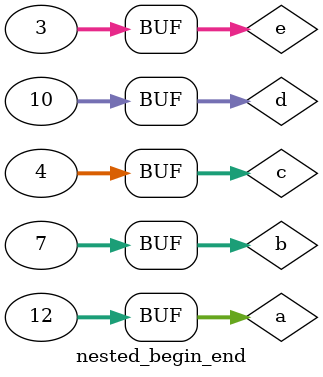
<source format=v>
module test;
  reg  [5:0] a=0;
 initial
    begin
      $display("display at time[%0t] a=%0d",$time,a);
      a=4;
       #4 $display("display at time[%0t] a=%0d",$time,a); 
      a=9;
	   #5 $display("display at time[%0t] a=%0d",$time,a);
      a=16;
	   #7 $display("display at time[%0t] a=%0d",$time,a);
      a=17;
	  #1 $display("display at time[%0t] a=%0d",$time,a);  
      a=20;
	  #3 $display("display at time[%0t] a=%0d",$time,a); 
	end
endmodule
/////////////////////////////////////////////////////////////////////////////////////////////////////////
module begin_end;
integer a=0,b=0,c=0,d=0,e;
initial begin 
a=5;
#3 b=7;
#5 c=4;
#8 d=10;
#2 e=3;
end 
initial begin
  $monitor("at[%0t] a=%0d, b=%0d, c=%0d, d=%0d, e=%0d",$time,a,b,c,d,e);
end 
endmodule

////////////////////////////NESTED BEGIN END  /////////////////////////////////////////////
module nested_begin_end;
integer a=0,b=0,c=0,d=0,e;
initial begin 
a=5;
#3 b=7;
#5 c=4;
  begin
a=5;
#3 b=7;
#5 c=4;
#6 d=10;
#2 e=9;
#12 a=12;
end
#8 d=10;
#2 e=3;
end 
  
initial begin
  $monitor("at[%0t] a=%0d, b=%0d, c=%0d, d=%0d, e=%0d",$time,a,b,c,d,e);
end 
endmodule

</source>
